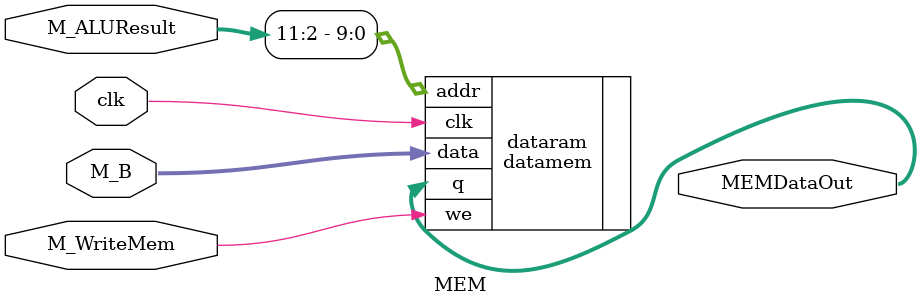
<source format=v>
module MEM(
//input
	clk,
	M_WriteMem,
	M_ALUResult,
	M_B,
//output
	MEMDataOut
	);
input clk, M_WriteMem;
input [31:0] M_ALUResult;
input [31:0] M_B;
output [31:0] MEMDataOut;
datamem dataram(
	.addr(M_ALUResult[11:2]),
	.clk(clk),
	.data(M_B),
	.we(M_WriteMem),
	.q(MEMDataOut));
endmodule
	
	
</source>
